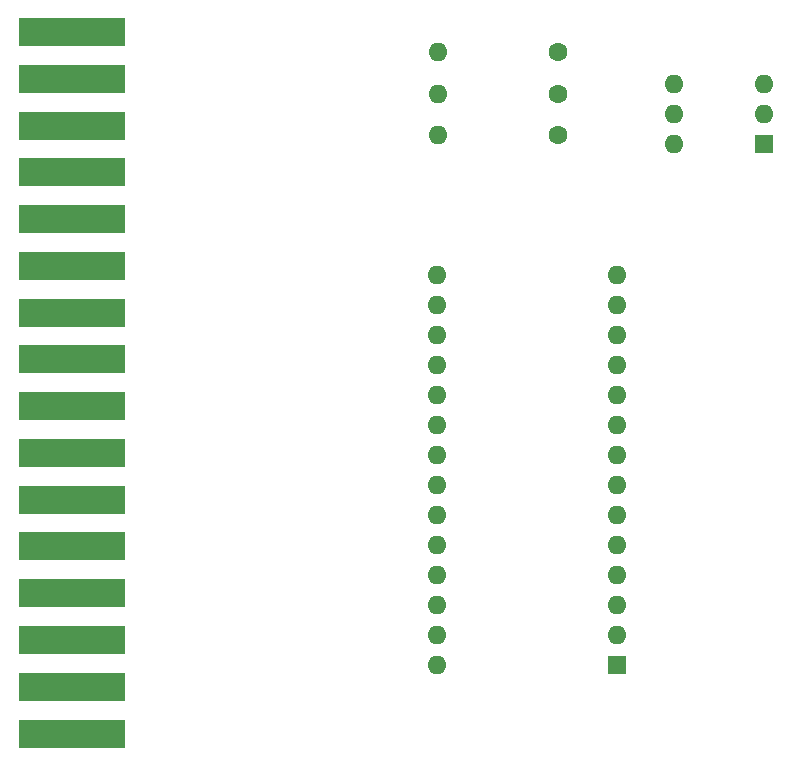
<source format=gbr>
G04 #@! TF.GenerationSoftware,KiCad,Pcbnew,7.0.8*
G04 #@! TF.CreationDate,2024-03-04T21:00:39+02:00*
G04 #@! TF.ProjectId,radofin,7261646f-6669-46e2-9e6b-696361645f70,rev?*
G04 #@! TF.SameCoordinates,Original*
G04 #@! TF.FileFunction,Soldermask,Top*
G04 #@! TF.FilePolarity,Negative*
%FSLAX46Y46*%
G04 Gerber Fmt 4.6, Leading zero omitted, Abs format (unit mm)*
G04 Created by KiCad (PCBNEW 7.0.8) date 2024-03-04 21:00:39*
%MOMM*%
%LPD*%
G01*
G04 APERTURE LIST*
%ADD10R,1.600000X1.600000*%
%ADD11O,1.600000X1.600000*%
%ADD12R,9.000000X2.400000*%
%ADD13C,1.600000*%
G04 APERTURE END LIST*
D10*
G04 #@! TO.C,ROM*
X134982800Y-109376400D03*
D11*
X134982800Y-106836400D03*
X134982800Y-104296400D03*
X134982800Y-101756400D03*
X134982800Y-99216400D03*
X134982800Y-96676400D03*
X134982800Y-94136400D03*
X134982800Y-91596400D03*
X134982800Y-89056400D03*
X134982800Y-86516400D03*
X134982800Y-83976400D03*
X134982800Y-81436400D03*
X134982800Y-78896400D03*
X134982800Y-76356400D03*
X119742800Y-76356400D03*
X119742800Y-78896400D03*
X119742800Y-81436400D03*
X119742800Y-83976400D03*
X119742800Y-86516400D03*
X119742800Y-89056400D03*
X119742800Y-91596400D03*
X119742800Y-94136400D03*
X119742800Y-96676400D03*
X119742800Y-99216400D03*
X119742800Y-101756400D03*
X119742800Y-104296400D03*
X119742800Y-106836400D03*
X119742800Y-109376400D03*
G04 #@! TD*
D12*
G04 #@! TO.C,FRONT*
X88828300Y-115188600D03*
X88828300Y-111228600D03*
X88828300Y-107268600D03*
X88828300Y-103308600D03*
X88828300Y-99348600D03*
X88828300Y-95388600D03*
X88828300Y-91428600D03*
X88828300Y-87468600D03*
X88828300Y-83508600D03*
X88828300Y-79548600D03*
X88828300Y-75588600D03*
X88828300Y-71628600D03*
X88828300Y-67668600D03*
X88828300Y-63708600D03*
X88828300Y-59748600D03*
X88828300Y-55788600D03*
G04 #@! TD*
D10*
G04 #@! TO.C,DIP SW*
X147452700Y-65245600D03*
D11*
X147452700Y-62705600D03*
X147452700Y-60165600D03*
X139832700Y-60165600D03*
X139832700Y-62705600D03*
X139832700Y-65245600D03*
G04 #@! TD*
D13*
G04 #@! TO.C,R2*
X130000000Y-61000000D03*
D11*
X119840000Y-61000000D03*
G04 #@! TD*
D13*
G04 #@! TO.C,R1*
X130000000Y-64500000D03*
D11*
X119840000Y-64500000D03*
G04 #@! TD*
G04 #@! TO.C,R3*
X119840000Y-57500000D03*
D13*
X130000000Y-57500000D03*
G04 #@! TD*
M02*

</source>
